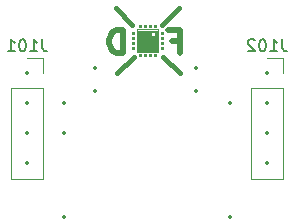
<source format=gbo>
%TF.GenerationSoftware,KiCad,Pcbnew,8.0.3*%
%TF.CreationDate,2024-09-03T06:20:47+12:00*%
%TF.ProjectId,to-252-2,746f2d32-3532-42d3-922e-6b696361645f,rev?*%
%TF.SameCoordinates,Original*%
%TF.FileFunction,Legend,Bot*%
%TF.FilePolarity,Positive*%
%FSLAX46Y46*%
G04 Gerber Fmt 4.6, Leading zero omitted, Abs format (unit mm)*
G04 Created by KiCad (PCBNEW 8.0.3) date 2024-09-03 06:20:47*
%MOMM*%
%LPD*%
G01*
G04 APERTURE LIST*
%ADD10C,0.150000*%
%ADD11C,0.500000*%
%ADD12C,0.120000*%
%ADD13C,0.400000*%
%ADD14C,0.100000*%
%ADD15C,0.350000*%
G04 APERTURE END LIST*
D10*
X111585714Y-83484819D02*
X111585714Y-84199104D01*
X111585714Y-84199104D02*
X111633333Y-84341961D01*
X111633333Y-84341961D02*
X111728571Y-84437200D01*
X111728571Y-84437200D02*
X111871428Y-84484819D01*
X111871428Y-84484819D02*
X111966666Y-84484819D01*
X110585714Y-84484819D02*
X111157142Y-84484819D01*
X110871428Y-84484819D02*
X110871428Y-83484819D01*
X110871428Y-83484819D02*
X110966666Y-83627676D01*
X110966666Y-83627676D02*
X111061904Y-83722914D01*
X111061904Y-83722914D02*
X111157142Y-83770533D01*
X109966666Y-83484819D02*
X109871428Y-83484819D01*
X109871428Y-83484819D02*
X109776190Y-83532438D01*
X109776190Y-83532438D02*
X109728571Y-83580057D01*
X109728571Y-83580057D02*
X109680952Y-83675295D01*
X109680952Y-83675295D02*
X109633333Y-83865771D01*
X109633333Y-83865771D02*
X109633333Y-84103866D01*
X109633333Y-84103866D02*
X109680952Y-84294342D01*
X109680952Y-84294342D02*
X109728571Y-84389580D01*
X109728571Y-84389580D02*
X109776190Y-84437200D01*
X109776190Y-84437200D02*
X109871428Y-84484819D01*
X109871428Y-84484819D02*
X109966666Y-84484819D01*
X109966666Y-84484819D02*
X110061904Y-84437200D01*
X110061904Y-84437200D02*
X110109523Y-84389580D01*
X110109523Y-84389580D02*
X110157142Y-84294342D01*
X110157142Y-84294342D02*
X110204761Y-84103866D01*
X110204761Y-84103866D02*
X110204761Y-83865771D01*
X110204761Y-83865771D02*
X110157142Y-83675295D01*
X110157142Y-83675295D02*
X110109523Y-83580057D01*
X110109523Y-83580057D02*
X110061904Y-83532438D01*
X110061904Y-83532438D02*
X109966666Y-83484819D01*
X109252380Y-83580057D02*
X109204761Y-83532438D01*
X109204761Y-83532438D02*
X109109523Y-83484819D01*
X109109523Y-83484819D02*
X108871428Y-83484819D01*
X108871428Y-83484819D02*
X108776190Y-83532438D01*
X108776190Y-83532438D02*
X108728571Y-83580057D01*
X108728571Y-83580057D02*
X108680952Y-83675295D01*
X108680952Y-83675295D02*
X108680952Y-83770533D01*
X108680952Y-83770533D02*
X108728571Y-83913390D01*
X108728571Y-83913390D02*
X109299999Y-84484819D01*
X109299999Y-84484819D02*
X108680952Y-84484819D01*
D11*
X102231749Y-83628066D02*
X102898416Y-83628066D01*
X102898416Y-84675685D02*
X102898416Y-82675685D01*
X102898416Y-82675685D02*
X101946035Y-82675685D01*
X98098416Y-84675685D02*
X98098416Y-82675685D01*
X98098416Y-82675685D02*
X97622226Y-82675685D01*
X97622226Y-82675685D02*
X97336511Y-82770923D01*
X97336511Y-82770923D02*
X97146035Y-82961399D01*
X97146035Y-82961399D02*
X97050797Y-83151875D01*
X97050797Y-83151875D02*
X96955559Y-83532827D01*
X96955559Y-83532827D02*
X96955559Y-83818542D01*
X96955559Y-83818542D02*
X97050797Y-84199494D01*
X97050797Y-84199494D02*
X97146035Y-84389970D01*
X97146035Y-84389970D02*
X97336511Y-84580447D01*
X97336511Y-84580447D02*
X97622226Y-84675685D01*
X97622226Y-84675685D02*
X98098416Y-84675685D01*
D10*
X91265714Y-83484819D02*
X91265714Y-84199104D01*
X91265714Y-84199104D02*
X91313333Y-84341961D01*
X91313333Y-84341961D02*
X91408571Y-84437200D01*
X91408571Y-84437200D02*
X91551428Y-84484819D01*
X91551428Y-84484819D02*
X91646666Y-84484819D01*
X90265714Y-84484819D02*
X90837142Y-84484819D01*
X90551428Y-84484819D02*
X90551428Y-83484819D01*
X90551428Y-83484819D02*
X90646666Y-83627676D01*
X90646666Y-83627676D02*
X90741904Y-83722914D01*
X90741904Y-83722914D02*
X90837142Y-83770533D01*
X89646666Y-83484819D02*
X89551428Y-83484819D01*
X89551428Y-83484819D02*
X89456190Y-83532438D01*
X89456190Y-83532438D02*
X89408571Y-83580057D01*
X89408571Y-83580057D02*
X89360952Y-83675295D01*
X89360952Y-83675295D02*
X89313333Y-83865771D01*
X89313333Y-83865771D02*
X89313333Y-84103866D01*
X89313333Y-84103866D02*
X89360952Y-84294342D01*
X89360952Y-84294342D02*
X89408571Y-84389580D01*
X89408571Y-84389580D02*
X89456190Y-84437200D01*
X89456190Y-84437200D02*
X89551428Y-84484819D01*
X89551428Y-84484819D02*
X89646666Y-84484819D01*
X89646666Y-84484819D02*
X89741904Y-84437200D01*
X89741904Y-84437200D02*
X89789523Y-84389580D01*
X89789523Y-84389580D02*
X89837142Y-84294342D01*
X89837142Y-84294342D02*
X89884761Y-84103866D01*
X89884761Y-84103866D02*
X89884761Y-83865771D01*
X89884761Y-83865771D02*
X89837142Y-83675295D01*
X89837142Y-83675295D02*
X89789523Y-83580057D01*
X89789523Y-83580057D02*
X89741904Y-83532438D01*
X89741904Y-83532438D02*
X89646666Y-83484819D01*
X88360952Y-84484819D02*
X88932380Y-84484819D01*
X88646666Y-84484819D02*
X88646666Y-83484819D01*
X88646666Y-83484819D02*
X88741904Y-83627676D01*
X88741904Y-83627676D02*
X88837142Y-83722914D01*
X88837142Y-83722914D02*
X88932380Y-83770533D01*
D12*
%TO.C,J102*%
X108970000Y-87630000D02*
X111630000Y-87630000D01*
X108970000Y-95310000D02*
X108970000Y-87630000D01*
X108970000Y-95310000D02*
X111630000Y-95310000D01*
X110300000Y-85030000D02*
X111630000Y-85030000D01*
X111630000Y-85030000D02*
X111630000Y-86360000D01*
X111630000Y-95310000D02*
X111630000Y-87630000D01*
D13*
%TO.C,G\u002A\u002A\u002A*%
X97489340Y-80832233D02*
X98903554Y-82246447D01*
X97589340Y-86360661D02*
X99003554Y-84946447D01*
X102810661Y-80839340D02*
X101396447Y-82253554D01*
X102910661Y-86367768D02*
X101496447Y-84953554D01*
D14*
X98877258Y-83067241D02*
X99052347Y-83067241D01*
X99052347Y-82892042D01*
X98877258Y-82892042D01*
X98877258Y-83067241D01*
G36*
X98877258Y-83067241D02*
G01*
X99052347Y-83067241D01*
X99052347Y-82892042D01*
X98877258Y-82892042D01*
X98877258Y-83067241D01*
G37*
X98877258Y-83490240D02*
X99052347Y-83490240D01*
X99052347Y-83315041D01*
X98877258Y-83315041D01*
X98877258Y-83490240D01*
G36*
X98877258Y-83490240D02*
G01*
X99052347Y-83490240D01*
X99052347Y-83315041D01*
X98877258Y-83315041D01*
X98877258Y-83490240D01*
G37*
X98877258Y-83901026D02*
X99052347Y-83901026D01*
X99052347Y-83725827D01*
X98877258Y-83725827D01*
X98877258Y-83901026D01*
G36*
X98877258Y-83901026D02*
G01*
X99052347Y-83901026D01*
X99052347Y-83725827D01*
X98877258Y-83725827D01*
X98877258Y-83901026D01*
G37*
X98877258Y-84284379D02*
X99052347Y-84284379D01*
X99052347Y-84109180D01*
X98877258Y-84109180D01*
X98877258Y-84284379D01*
G36*
X98877258Y-84284379D02*
G01*
X99052347Y-84284379D01*
X99052347Y-84109180D01*
X98877258Y-84109180D01*
X98877258Y-84284379D01*
G37*
X99254975Y-84529393D02*
X101092701Y-84529393D01*
X101092701Y-82658850D01*
X99254975Y-82658850D01*
X99254975Y-84529393D01*
X99303554Y-83174749D02*
X100491998Y-83174749D01*
X100491998Y-82746447D01*
X99303554Y-82746447D01*
X99303554Y-83174749D01*
G36*
X99303554Y-83174749D02*
G01*
X100491998Y-83174749D01*
X100491998Y-82746447D01*
X99303554Y-82746447D01*
X99303554Y-83174749D01*
G37*
X99303554Y-84446447D02*
X101003554Y-84446447D01*
X101003554Y-83246447D01*
X99303554Y-83246447D01*
X99303554Y-84446447D01*
G36*
X99303554Y-84446447D02*
G01*
X101003554Y-84446447D01*
X101003554Y-83246447D01*
X99303554Y-83246447D01*
X99303554Y-84446447D01*
G37*
X99470984Y-82480515D02*
X99646183Y-82480515D01*
X99646183Y-82305426D01*
X99470984Y-82305426D01*
X99470984Y-82480515D01*
G36*
X99470984Y-82480515D02*
G01*
X99646183Y-82480515D01*
X99646183Y-82305426D01*
X99470984Y-82305426D01*
X99470984Y-82480515D01*
G37*
X99470984Y-84933991D02*
X99646183Y-84933991D01*
X99646183Y-84758902D01*
X99470984Y-84758902D01*
X99470984Y-84933991D01*
G36*
X99470984Y-84933991D02*
G01*
X99646183Y-84933991D01*
X99646183Y-84758902D01*
X99470984Y-84758902D01*
X99470984Y-84933991D01*
G37*
X99893983Y-82480515D02*
X100069182Y-82480515D01*
X100069182Y-82305426D01*
X99893983Y-82305426D01*
X99893983Y-82480515D01*
G36*
X99893983Y-82480515D02*
G01*
X100069182Y-82480515D01*
X100069182Y-82305426D01*
X99893983Y-82305426D01*
X99893983Y-82480515D01*
G37*
X99893983Y-84933991D02*
X100069182Y-84933991D01*
X100069182Y-84758902D01*
X99893983Y-84758902D01*
X99893983Y-84933991D01*
G36*
X99893983Y-84933991D02*
G01*
X100069182Y-84933991D01*
X100069182Y-84758902D01*
X99893983Y-84758902D01*
X99893983Y-84933991D01*
G37*
X100304769Y-82480515D02*
X100479968Y-82480515D01*
X100479968Y-82305426D01*
X100304769Y-82305426D01*
X100304769Y-82480515D01*
G36*
X100304769Y-82480515D02*
G01*
X100479968Y-82480515D01*
X100479968Y-82305426D01*
X100304769Y-82305426D01*
X100304769Y-82480515D01*
G37*
X100304769Y-84933991D02*
X100479968Y-84933991D01*
X100479968Y-84758902D01*
X100304769Y-84758902D01*
X100304769Y-84933991D01*
G36*
X100304769Y-84933991D02*
G01*
X100479968Y-84933991D01*
X100479968Y-84758902D01*
X100304769Y-84758902D01*
X100304769Y-84933991D01*
G37*
X100548603Y-82823568D02*
X101068656Y-82823568D01*
X101068656Y-82746447D01*
X100548603Y-82746447D01*
X100548603Y-82823568D01*
G36*
X100548603Y-82823568D02*
G01*
X101068656Y-82823568D01*
X101068656Y-82746447D01*
X100548603Y-82746447D01*
X100548603Y-82823568D01*
G37*
X100688122Y-82480515D02*
X100863321Y-82480515D01*
X100863321Y-82305426D01*
X100688122Y-82305426D01*
X100688122Y-82480515D01*
G36*
X100688122Y-82480515D02*
G01*
X100863321Y-82480515D01*
X100863321Y-82305426D01*
X100688122Y-82305426D01*
X100688122Y-82480515D01*
G37*
X100688122Y-84933991D02*
X100863321Y-84933991D01*
X100863321Y-84758902D01*
X100688122Y-84758902D01*
X100688122Y-84933991D01*
G36*
X100688122Y-84933991D02*
G01*
X100863321Y-84933991D01*
X100863321Y-84758902D01*
X100688122Y-84758902D01*
X100688122Y-84933991D01*
G37*
X100916531Y-83246447D02*
X101068656Y-83246447D01*
X101068656Y-82746447D01*
X100916531Y-82746447D01*
X100916531Y-83246447D01*
G36*
X100916531Y-83246447D02*
G01*
X101068656Y-83246447D01*
X101068656Y-82746447D01*
X100916531Y-82746447D01*
X100916531Y-83246447D01*
G37*
X101289600Y-83067241D02*
X101464689Y-83067241D01*
X101464689Y-82892042D01*
X101289600Y-82892042D01*
X101289600Y-83067241D01*
G36*
X101289600Y-83067241D02*
G01*
X101464689Y-83067241D01*
X101464689Y-82892042D01*
X101289600Y-82892042D01*
X101289600Y-83067241D01*
G37*
X101289600Y-83490240D02*
X101464689Y-83490240D01*
X101464689Y-83315041D01*
X101289600Y-83315041D01*
X101289600Y-83490240D01*
G36*
X101289600Y-83490240D02*
G01*
X101464689Y-83490240D01*
X101464689Y-83315041D01*
X101289600Y-83315041D01*
X101289600Y-83490240D01*
G37*
X101289600Y-83901026D02*
X101464689Y-83901026D01*
X101464689Y-83725827D01*
X101289600Y-83725827D01*
X101289600Y-83901026D01*
G36*
X101289600Y-83901026D02*
G01*
X101464689Y-83901026D01*
X101464689Y-83725827D01*
X101289600Y-83725827D01*
X101289600Y-83901026D01*
G37*
X101289600Y-84284379D02*
X101464689Y-84284379D01*
X101464689Y-84109180D01*
X101289600Y-84109180D01*
X101289600Y-84284379D01*
G36*
X101289600Y-84284379D02*
G01*
X101464689Y-84284379D01*
X101464689Y-84109180D01*
X101289600Y-84109180D01*
X101289600Y-84284379D01*
G37*
X100903554Y-83046447D02*
G75*
G02*
X100503554Y-83046447I-200000J0D01*
G01*
X100503554Y-83046447D02*
G75*
G02*
X100903554Y-83046447I200000J0D01*
G01*
D12*
%TO.C,J101*%
X88650000Y-87630000D02*
X91310000Y-87630000D01*
X88650000Y-95310000D02*
X88650000Y-87630000D01*
X88650000Y-95310000D02*
X91310000Y-95310000D01*
X89980000Y-85030000D02*
X91310000Y-85030000D01*
X91310000Y-85030000D02*
X91310000Y-86360000D01*
X91310000Y-95310000D02*
X91310000Y-87630000D01*
%TD*%
D15*
X93100000Y-88900000D03*
X95700000Y-87900000D03*
X104300000Y-87900000D03*
X104300000Y-85900000D03*
X107200000Y-88900000D03*
X93100000Y-98500000D03*
X93100000Y-91450000D03*
X107200000Y-98500000D03*
X95700000Y-85900000D03*
X110300000Y-86360000D03*
X110300000Y-88900000D03*
X110300000Y-91440000D03*
X110300000Y-93980000D03*
X89980000Y-86360000D03*
X89980000Y-88900000D03*
X89980000Y-91440000D03*
X89980000Y-93980000D03*
M02*

</source>
